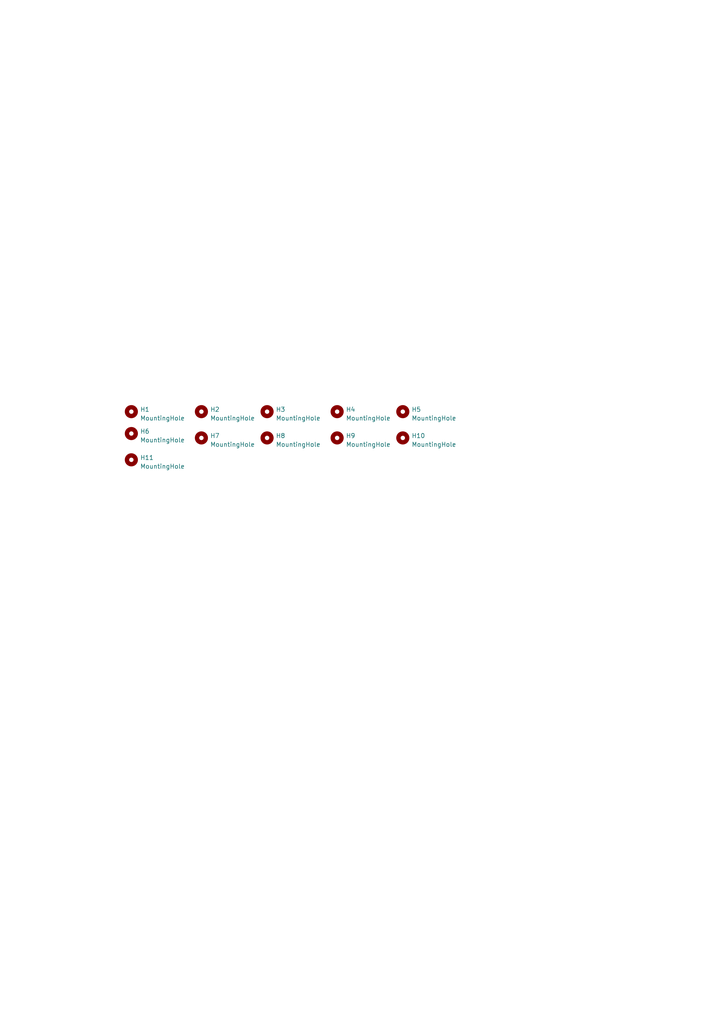
<source format=kicad_sch>
(kicad_sch (version 20230121) (generator eeschema)
  (paper "A4" portrait)
  (lib_symbols
    (symbol "Mechanical:MountingHole" (pin_names (offset 1.016))
      (property "Reference" "H" (at 0 5.08 0))
      (property "Value" "MountingHole" (at 0 3.175 0))
      (symbol "MountingHole_0_1"
        (circle (center 0 0) (radius 1.27) (stroke (width 1.27)))
      )
    )
  )
  (symbol (lib_id "Mechanical:MountingHole") (at 77.47 127 0) (unit 1)
    (property "Reference" "H8" (at 80.01 126.365 0) (effects (justify left)))
    (property "Value" "MountingHole" (at 80.01 128.905 0) (effects (justify left)))
    (property "Footprint" "MountingHole:MountingHole_2.2mm_M2" (effects hide))
  )
  (symbol (lib_id "Mechanical:MountingHole") (at 38.1 119.38 0) (unit 1)
    (property "Reference" "H1" (at 40.64 118.745 0) (effects (justify left)))
    (property "Value" "MountingHole" (at 40.64 121.285 0) (effects (justify left)))
    (property "Footprint" "MountingHole:MountingHole_2.2mm_M2" (effects hide))
  )
  (symbol (lib_id "Mechanical:MountingHole") (at 97.79 119.38 0) (unit 1)
    (property "Reference" "H4" (at 100.33 118.745 0) (effects (justify left)))
    (property "Value" "MountingHole" (at 100.33 121.285 0) (effects (justify left)))
    (property "Footprint" "MountingHole:MountingHole_2.2mm_M2" (effects hide))
  )
  (symbol (lib_id "Mechanical:MountingHole") (at 116.84 127 0) (unit 1)
    (property "Reference" "H10" (at 119.38 126.365 0) (effects (justify left)))
    (property "Value" "MountingHole" (at 119.38 128.905 0) (effects (justify left)))
    (property "Footprint" "MountingHole:MountingHole_2.2mm_M2" (effects hide))
  )
  (symbol (lib_id "Mechanical:MountingHole") (at 97.79 127 0) (unit 1)
    (property "Reference" "H9" (at 100.33 126.365 0) (effects (justify left)))
    (property "Value" "MountingHole" (at 100.33 128.905 0) (effects (justify left)))
    (property "Footprint" "MountingHole:MountingHole_2.2mm_M2" (effects hide))
  )
  (symbol (lib_id "Mechanical:MountingHole") (at 77.47 119.38 0) (unit 1)
    (property "Reference" "H3" (at 80.01 118.745 0) (effects (justify left)))
    (property "Value" "MountingHole" (at 80.01 121.285 0) (effects (justify left)))
    (property "Footprint" "MountingHole:MountingHole_2.2mm_M2" (effects hide))
  )
  (symbol (lib_id "Mechanical:MountingHole") (at 38.1 125.73 0) (unit 1)
    (property "Reference" "H6" (at 40.64 125.095 0) (effects (justify left)))
    (property "Value" "MountingHole" (at 40.64 127.635 0) (effects (justify left)))
    (property "Footprint" "MountingHole:MountingHole_2.2mm_M2" (effects hide))
  )
  (symbol (lib_id "Mechanical:MountingHole") (at 58.42 119.38 0) (unit 1)
    (property "Reference" "H2" (at 60.96 118.745 0) (effects (justify left)))
    (property "Value" "MountingHole" (at 60.96 121.285 0) (effects (justify left)))
    (property "Footprint" "MountingHole:MountingHole_2.2mm_M2" (effects hide))
  )
  (symbol (lib_id "Mechanical:MountingHole") (at 38.1 133.35 0) (unit 1)
    (property "Reference" "H11" (at 40.64 132.715 0) (effects (justify left)))
    (property "Value" "MountingHole" (at 40.64 135.255 0) (effects (justify left)))
    (property "Footprint" "MountingHole:MountingHole_2.2mm_M2" (effects hide))
  )
  (symbol (lib_id "Mechanical:MountingHole") (at 116.84 119.38 0) (unit 1)
    (property "Reference" "H5" (at 119.38 118.745 0) (effects (justify left)))
    (property "Value" "MountingHole" (at 119.38 121.285 0) (effects (justify left)))
    (property "Footprint" "MountingHole:MountingHole_2.2mm_M2" (effects hide))
  )
  (symbol (lib_id "Mechanical:MountingHole") (at 58.42 127 0) (unit 1)
    (property "Reference" "H7" (at 60.96 126.365 0) (effects (justify left)))
    (property "Value" "MountingHole" (at 60.96 128.905 0) (effects (justify left)))
    (property "Footprint" "MountingHole:MountingHole_2.2mm_M2" (effects hide))
  )
)
</source>
